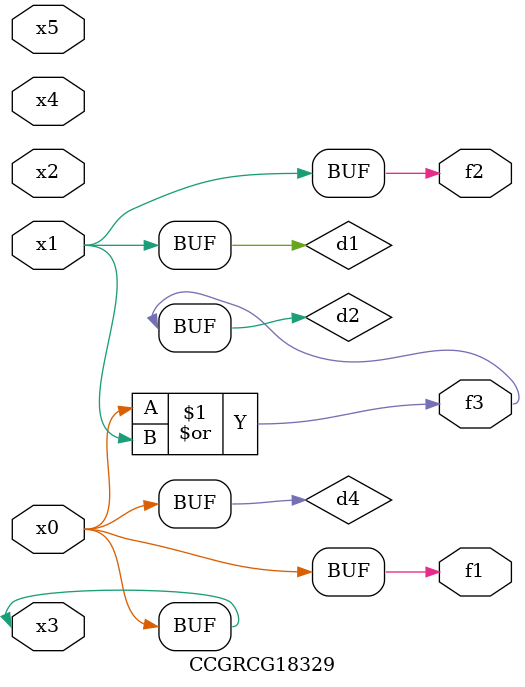
<source format=v>
module CCGRCG18329(
	input x0, x1, x2, x3, x4, x5,
	output f1, f2, f3
);

	wire d1, d2, d3, d4;

	and (d1, x1);
	or (d2, x0, x1);
	nand (d3, x0, x5);
	buf (d4, x0, x3);
	assign f1 = d4;
	assign f2 = d1;
	assign f3 = d2;
endmodule

</source>
